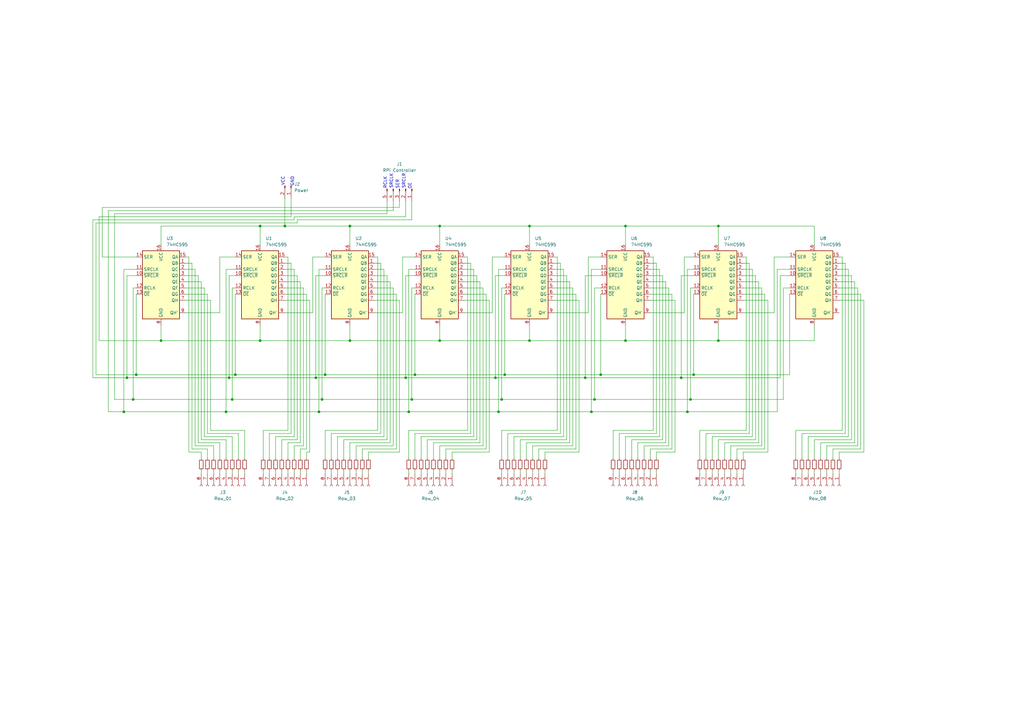
<source format=kicad_sch>
(kicad_sch (version 20230121) (generator eeschema)
  (paper "A3")
  (title_block (title "8x8 Led base Controller Module") (date "2023-12-07") (rev "01") (company "HOLO Cube v1") (comment 1 "Base controller Schematic"))
  (lib_symbols
    (symbol "74xx:74HC595"
      (property "Reference" "U" (at -7.62 13.97 0))
      (property "Value" "74HC595" (at -7.62 -16.51 0))
      (symbol "74HC595_1_0"
        (pin tri_state line (at 10.16 7.62 180) (length 2.54) (name "QB") (number "1"))
        (pin input line (at -10.16 2.54 0) (length 2.54) (name "~{SRCLR}") (number "10"))
        (pin input line (at -10.16 5.08 0) (length 2.54) (name "SRCLK") (number "11"))
        (pin input line (at -10.16 -2.54 0) (length 2.54) (name "RCLK") (number "12"))
        (pin input line (at -10.16 -5.08 0) (length 2.54) (name "~{OE}") (number "13"))
        (pin input line (at -10.16 10.16 0) (length 2.54) (name "SER") (number "14"))
        (pin tri_state line (at 10.16 10.16 180) (length 2.54) (name "QA") (number "15"))
        (pin power_in line (at 0 15.24 270) (length 2.54) (name "VCC") (number "16"))
        (pin tri_state line (at 10.16 5.08 180) (length 2.54) (name "QC") (number "2"))
        (pin tri_state line (at 10.16 2.54 180) (length 2.54) (name "QD") (number "3"))
        (pin tri_state line (at 10.16 0 180) (length 2.54) (name "QE") (number "4"))
        (pin tri_state line (at 10.16 -2.54 180) (length 2.54) (name "QF") (number "5"))
        (pin tri_state line (at 10.16 -5.08 180) (length 2.54) (name "QG") (number "6"))
        (pin tri_state line (at 10.16 -7.62 180) (length 2.54) (name "QH") (number "7"))
        (pin power_in line (at 0 -17.78 90) (length 2.54) (name "GND") (number "8"))
        (pin output line (at 10.16 -12.7 180) (length 2.54) (name "QH'") (number "9"))
      )
    )
    (symbol "Connector:Conn_01x02_Pin" (pin_names (offset 1.016) hide)
      (property "Reference" "J" (at 0 2.54 0))
      (property "Value" "Conn_01x02_Pin" (at 0 -5.08 0))
      (symbol "Conn_01x02_Pin_1_1"
        (pin passive line (at 5.08 0 180) (length 3.81) (name "Pin_1") (number "1"))
        (pin passive line (at 5.08 -2.54 180) (length 3.81) (name "Pin_2") (number "2"))
      )
    )
    (symbol "Connector:Conn_01x05_Pin" (pin_names (offset 1.016) hide)
      (property "Reference" "J" (at 0 7.62 0))
      (property "Value" "Conn_01x05_Pin" (at 0 -7.62 0))
      (symbol "Conn_01x05_Pin_1_1"
        (pin passive line (at 5.08 5.08 180) (length 3.81) (name "Pin_1") (number "1"))
        (pin passive line (at 5.08 2.54 180) (length 3.81) (name "Pin_2") (number "2"))
        (pin passive line (at 5.08 0 180) (length 3.81) (name "Pin_3") (number "3"))
        (pin passive line (at 5.08 -2.54 180) (length 3.81) (name "Pin_4") (number "4"))
        (pin passive line (at 5.08 -5.08 180) (length 3.81) (name "Pin_5") (number "5"))
      )
    )
    (symbol "Connector:Conn_01x08_Socket" (pin_names (offset 1.016) hide)
      (property "Reference" "J" (at 0 10.16 0))
      (property "Value" "Conn_01x08_Socket" (at 0 -12.7 0))
      (symbol "Conn_01x08_Socket_1_1"
        (pin passive line (at -5.08 7.62 0) (length 3.81) (name "Pin_1") (number "1"))
        (pin passive line (at -5.08 5.08 0) (length 3.81) (name "Pin_2") (number "2"))
        (pin passive line (at -5.08 2.54 0) (length 3.81) (name "Pin_3") (number "3"))
        (pin passive line (at -5.08 0 0) (length 3.81) (name "Pin_4") (number "4"))
        (pin passive line (at -5.08 -2.54 0) (length 3.81) (name "Pin_5") (number "5"))
        (pin passive line (at -5.08 -5.08 0) (length 3.81) (name "Pin_6") (number "6"))
        (pin passive line (at -5.08 -7.62 0) (length 3.81) (name "Pin_7") (number "7"))
        (pin passive line (at -5.08 -10.16 0) (length 3.81) (name "Pin_8") (number "8"))
      )
    )
    (symbol "Device:R_Small" (pin_numbers hide) (pin_names (offset 0.254) hide)
      (property "Reference" "R" (at 0.762 0.508 0))
      (property "Value" "R_Small" (at 0.762 -1.016 0))
      (symbol "R_Small_1_1"
        (pin passive line (at 0 2.54 270) (length 0.762) (name "~") (number "1"))
        (pin passive line (at 0 -2.54 90) (length 0.762) (name "~") (number "2"))
      )
    )
  )
  (junction (at 133.35 153.67))
  (junction (at 92.71 168.91))
  (junction (at 55.88 153.67))
  (junction (at 217.17 139.7))
  (junction (at 240.03 154.94))
  (junction (at 143.51 139.7))
  (junction (at 256.54 92.71))
  (junction (at 279.4 154.94))
  (junction (at 132.08 163.83))
  (junction (at 143.51 92.71))
  (junction (at 281.94 168.91))
  (junction (at 180.34 139.7))
  (junction (at 246.38 153.67))
  (junction (at 256.54 139.7))
  (junction (at 180.34 92.71))
  (junction (at 204.47 168.91))
  (junction (at 170.18 153.67))
  (junction (at 52.07 154.94))
  (junction (at 54.61 163.83))
  (junction (at 106.68 92.71))
  (junction (at 116.84 92.71))
  (junction (at 106.68 139.7))
  (junction (at 283.21 163.83))
  (junction (at 243.84 163.83))
  (junction (at 284.48 153.67))
  (junction (at 242.57 168.91))
  (junction (at 168.91 163.83))
  (junction (at 166.37 154.94))
  (junction (at 207.01 153.67))
  (junction (at 50.8 168.91))
  (junction (at 203.2 154.94))
  (junction (at 130.81 168.91))
  (junction (at 294.64 92.71))
  (junction (at 217.17 92.71))
  (junction (at 96.52 153.67))
  (junction (at 66.04 139.7))
  (junction (at 294.64 139.7))
  (junction (at 95.25 163.83))
  (junction (at 167.64 168.91))
  (junction (at 129.54 154.94))
  (junction (at 93.98 154.94))
  (junction (at 205.74 163.83))
  (wire (pts (xy 92.71 180.34) (xy 92.71 187.96)))
  (wire (pts (xy 165.1 105.41) (xy 170.18 105.41)))
  (wire (pts (xy 205.74 176.53) (xy 205.74 187.96)))
  (wire (pts (xy 266.7 113.03) (xy 271.78 113.03)))
  (wire (pts (xy 270.51 110.49) (xy 270.51 179.07)))
  (wire (pts (xy 299.72 193.04) (xy 299.72 194.31)))
  (wire (pts (xy 242.57 168.91) (xy 281.94 168.91)))
  (wire (pts (xy 266.7 110.49) (xy 270.51 110.49)))
  (wire (pts (xy 190.5 113.03) (xy 195.58 113.03)))
  (wire (pts (xy 143.51 139.7) (xy 180.34 139.7)))
  (wire (pts (xy 190.5 105.41) (xy 191.77 105.41)))
  (wire (pts (xy 153.67 110.49) (xy 157.48 110.49)))
  (wire (pts (xy 283.21 163.83) (xy 321.31 163.83)))
  (wire (pts (xy 344.17 185.42) (xy 344.17 187.96)))
  (wire (pts (xy 266.7 115.57) (xy 273.05 115.57)))
  (wire (pts (xy 304.8 123.19) (xy 314.96 123.19)))
  (wire (pts (xy 349.25 113.03) (xy 349.25 180.34)))
  (wire (pts (xy 161.29 86.36) (xy 44.45 86.36)))
  (wire (pts (xy 140.97 180.34) (xy 140.97 187.96)))
  (wire (pts (xy 92.71 110.49) (xy 92.71 168.91)))
  (wire (pts (xy 116.84 115.57) (xy 123.19 115.57)))
  (wire (pts (xy 170.18 193.04) (xy 170.18 194.31)))
  (wire (pts (xy 292.1 179.07) (xy 292.1 187.96)))
  (wire (pts (xy 50.8 168.91) (xy 92.71 168.91)))
  (wire (pts (xy 162.56 120.65) (xy 162.56 184.15)))
  (wire (pts (xy 271.78 180.34) (xy 259.08 180.34)))
  (wire (pts (xy 120.65 182.88) (xy 120.65 187.96)))
  (wire (pts (xy 129.54 154.94) (xy 166.37 154.94)))
  (wire (pts (xy 92.71 193.04) (xy 92.71 194.31)))
  (wire (pts (xy 241.3 105.41) (xy 246.38 105.41)))
  (wire (pts (xy 52.07 154.94) (xy 93.98 154.94)))
  (wire (pts (xy 143.51 92.71) (xy 143.51 100.33)))
  (wire (pts (xy 55.88 153.67) (xy 96.52 153.67)))
  (wire (pts (xy 351.79 182.88) (xy 339.09 182.88)))
  (wire (pts (xy 256.54 133.35) (xy 256.54 139.7)))
  (wire (pts (xy 133.35 176.53) (xy 133.35 187.96)))
  (wire (pts (xy 182.88 193.04) (xy 182.88 194.31)))
  (wire (pts (xy 39.37 91.44) (xy 39.37 153.67)))
  (wire (pts (xy 294.64 180.34) (xy 294.64 187.96)))
  (wire (pts (xy 190.5 110.49) (xy 194.31 110.49)))
  (wire (pts (xy 269.24 185.42) (xy 269.24 187.96)))
  (wire (pts (xy 294.64 139.7) (xy 334.01 139.7)))
  (wire (pts (xy 168.91 118.11) (xy 168.91 163.83)))
  (wire (pts (xy 190.5 115.57) (xy 196.85 115.57)))
  (wire (pts (xy 323.85 110.49) (xy 318.77 110.49)))
  (wire (pts (xy 180.34 139.7) (xy 217.17 139.7)))
  (wire (pts (xy 240.03 154.94) (xy 279.4 154.94)))
  (wire (pts (xy 116.84 92.71) (xy 143.51 92.71)))
  (wire (pts (xy 127 185.42) (xy 125.73 185.42)))
  (wire (pts (xy 55.88 118.11) (xy 54.61 118.11)))
  (wire (pts (xy 90.17 193.04) (xy 90.17 194.31)))
  (wire (pts (xy 347.98 179.07) (xy 331.47 179.07)))
  (wire (pts (xy 328.93 177.8) (xy 328.93 187.96)))
  (wire (pts (xy 163.83 123.19) (xy 163.83 185.42)))
  (wire (pts (xy 223.52 193.04) (xy 223.52 194.31)))
  (wire (pts (xy 76.2 115.57) (xy 82.55 115.57)))
  (wire (pts (xy 344.17 123.19) (xy 354.33 123.19)))
  (wire (pts (xy 274.32 118.11) (xy 274.32 182.88)))
  (wire (pts (xy 266.7 105.41) (xy 267.97 105.41)))
  (wire (pts (xy 346.71 107.95) (xy 346.71 177.8)))
  (wire (pts (xy 251.46 193.04) (xy 251.46 194.31)))
  (wire (pts (xy 207.01 110.49) (xy 204.47 110.49)))
  (wire (pts (xy 120.65 90.17) (xy 38.1 90.17)))
  (wire (pts (xy 163.83 82.55) (xy 163.83 85.09)))
  (wire (pts (xy 283.21 118.11) (xy 283.21 163.83)))
  (wire (pts (xy 185.42 185.42) (xy 185.42 187.96)))
  (wire (pts (xy 246.38 113.03) (xy 240.03 113.03)))
  (wire (pts (xy 242.57 110.49) (xy 242.57 168.91)))
  (wire (pts (xy 90.17 128.27) (xy 90.17 105.41)))
  (wire (pts (xy 199.39 120.65) (xy 199.39 184.15)))
  (wire (pts (xy 80.01 182.88) (xy 87.63 182.88)))
  (wire (pts (xy 120.65 193.04) (xy 120.65 194.31)))
  (wire (pts (xy 227.33 113.03) (xy 232.41 113.03)))
  (wire (pts (xy 121.92 91.44) (xy 39.37 91.44)))
  (wire (pts (xy 163.83 85.09) (xy 41.91 85.09)))
  (wire (pts (xy 116.84 105.41) (xy 118.11 105.41)))
  (wire (pts (xy 281.94 110.49) (xy 281.94 168.91)))
  (wire (pts (xy 76.2 110.49) (xy 80.01 110.49)))
  (wire (pts (xy 220.98 184.15) (xy 220.98 187.96)))
  (wire (pts (xy 344.17 120.65) (xy 353.06 120.65)))
  (wire (pts (xy 284.48 153.67) (xy 323.85 153.67)))
  (wire (pts (xy 156.21 177.8) (xy 135.89 177.8)))
  (wire (pts (xy 182.88 184.15) (xy 182.88 187.96)))
  (wire (pts (xy 153.67 123.19) (xy 163.83 123.19)))
  (wire (pts (xy 156.21 107.95) (xy 156.21 177.8)))
  (wire (pts (xy 200.66 123.19) (xy 200.66 185.42)))
  (wire (pts (xy 344.17 113.03) (xy 349.25 113.03)))
  (wire (pts (xy 284.48 120.65) (xy 284.48 153.67)))
  (wire (pts (xy 133.35 153.67) (xy 170.18 153.67)))
  (wire (pts (xy 220.98 193.04) (xy 220.98 194.31)))
  (wire (pts (xy 119.38 107.95) (xy 119.38 177.8)))
  (wire (pts (xy 161.29 182.88) (xy 146.05 182.88)))
  (wire (pts (xy 123.19 193.04) (xy 123.19 194.31)))
  (wire (pts (xy 96.52 110.49) (xy 92.71 110.49)))
  (wire (pts (xy 39.37 153.67) (xy 55.88 153.67)))
  (wire (pts (xy 284.48 113.03) (xy 279.4 113.03)))
  (wire (pts (xy 116.84 123.19) (xy 127 123.19)))
  (wire (pts (xy 341.63 184.15) (xy 341.63 187.96)))
  (wire (pts (xy 302.26 184.15) (xy 302.26 187.96)))
  (wire (pts (xy 200.66 185.42) (xy 185.42 185.42)))
  (wire (pts (xy 266.7 118.11) (xy 274.32 118.11)))
  (wire (pts (xy 261.62 193.04) (xy 261.62 194.31)))
  (wire (pts (xy 170.18 120.65) (xy 170.18 153.67)))
  (wire (pts (xy 82.55 115.57) (xy 82.55 180.34)))
  (wire (pts (xy 294.64 92.71) (xy 334.01 92.71)))
  (wire (pts (xy 130.81 110.49) (xy 130.81 168.91)))
  (wire (pts (xy 312.42 182.88) (xy 299.72 182.88)))
  (wire (pts (xy 354.33 123.19) (xy 354.33 185.42)))
  (wire (pts (xy 269.24 107.95) (xy 269.24 177.8)))
  (wire (pts (xy 97.79 177.8) (xy 97.79 187.96)))
  (wire (pts (xy 284.48 118.11) (xy 283.21 118.11)))
  (wire (pts (xy 266.7 184.15) (xy 266.7 187.96)))
  (wire (pts (xy 118.11 181.61) (xy 118.11 187.96)))
  (wire (pts (xy 218.44 182.88) (xy 218.44 187.96)))
  (wire (pts (xy 313.69 120.65) (xy 313.69 184.15)))
  (wire (pts (xy 229.87 177.8) (xy 208.28 177.8)))
  (wire (pts (xy 204.47 110.49) (xy 204.47 168.91)))
  (wire (pts (xy 118.11 176.53) (xy 107.95 176.53)))
  (wire (pts (xy 237.49 123.19) (xy 237.49 185.42)))
  (wire (pts (xy 100.33 176.53) (xy 100.33 187.96)))
  (wire (pts (xy 113.03 179.07) (xy 113.03 187.96)))
  (wire (pts (xy 334.01 180.34) (xy 334.01 187.96)))
  (wire (pts (xy 116.84 128.27) (xy 128.27 128.27)))
  (wire (pts (xy 191.77 176.53) (xy 167.64 176.53)))
  (wire (pts (xy 229.87 107.95) (xy 229.87 177.8)))
  (wire (pts (xy 190.5 123.19) (xy 200.66 123.19)))
  (wire (pts (xy 339.09 182.88) (xy 339.09 187.96)))
  (wire (pts (xy 190.5 118.11) (xy 198.12 118.11)))
  (wire (pts (xy 341.63 193.04) (xy 341.63 194.31)))
  (wire (pts (xy 318.77 110.49) (xy 318.77 168.91)))
  (wire (pts (xy 198.12 182.88) (xy 180.34 182.88)))
  (wire (pts (xy 80.01 110.49) (xy 80.01 182.88)))
  (wire (pts (xy 55.88 120.65) (xy 55.88 153.67)))
  (wire (pts (xy 170.18 118.11) (xy 168.91 118.11)))
  (wire (pts (xy 334.01 193.04) (xy 334.01 194.31)))
  (wire (pts (xy 279.4 113.03) (xy 279.4 154.94)))
  (wire (pts (xy 273.05 181.61) (xy 261.62 181.61)))
  (wire (pts (xy 153.67 118.11) (xy 161.29 118.11)))
  (wire (pts (xy 54.61 163.83) (xy 95.25 163.83)))
  (wire (pts (xy 146.05 182.88) (xy 146.05 187.96)))
  (wire (pts (xy 170.18 153.67) (xy 207.01 153.67)))
  (wire (pts (xy 158.75 82.55) (xy 158.75 87.63)))
  (wire (pts (xy 294.64 193.04) (xy 294.64 194.31)))
  (wire (pts (xy 170.18 110.49) (xy 167.64 110.49)))
  (wire (pts (xy 251.46 176.53) (xy 251.46 187.96)))
  (wire (pts (xy 351.79 118.11) (xy 351.79 182.88)))
  (wire (pts (xy 77.47 105.41) (xy 77.47 185.42)))
  (wire (pts (xy 127 123.19) (xy 127 185.42)))
  (wire (pts (xy 96.52 153.67) (xy 133.35 153.67)))
  (wire (pts (xy 66.04 133.35) (xy 66.04 139.7)))
  (wire (pts (xy 196.85 115.57) (xy 196.85 181.61)))
  (wire (pts (xy 133.35 120.65) (xy 133.35 153.67)))
  (wire (pts (xy 77.47 185.42) (xy 82.55 185.42)))
  (wire (pts (xy 276.86 123.19) (xy 276.86 185.42)))
  (wire (pts (xy 135.89 193.04) (xy 135.89 194.31)))
  (wire (pts (xy 180.34 92.71) (xy 217.17 92.71)))
  (wire (pts (xy 336.55 193.04) (xy 336.55 194.31)))
  (wire (pts (xy 121.92 180.34) (xy 115.57 180.34)))
  (wire (pts (xy 177.8 181.61) (xy 177.8 187.96)))
  (wire (pts (xy 215.9 181.61) (xy 215.9 187.96)))
  (wire (pts (xy 193.04 107.95) (xy 193.04 177.8)))
  (wire (pts (xy 294.64 133.35) (xy 294.64 139.7)))
  (wire (pts (xy 270.51 179.07) (xy 256.54 179.07)))
  (wire (pts (xy 266.7 128.27) (xy 280.67 128.27)))
  (wire (pts (xy 125.73 185.42) (xy 125.73 187.96)))
  (wire (pts (xy 185.42 193.04) (xy 185.42 194.31)))
  (wire (pts (xy 130.81 168.91) (xy 167.64 168.91)))
  (wire (pts (xy 317.5 105.41) (xy 323.85 105.41)))
  (wire (pts (xy 116.84 81.28) (xy 116.84 92.71)))
  (wire (pts (xy 125.73 184.15) (xy 123.19 184.15)))
  (wire (pts (xy 191.77 105.41) (xy 191.77 176.53)))
  (wire (pts (xy 76.2 128.27) (xy 90.17 128.27)))
  (wire (pts (xy 205.74 118.11) (xy 205.74 163.83)))
  (wire (pts (xy 175.26 180.34) (xy 175.26 187.96)))
  (wire (pts (xy 76.2 120.65) (xy 85.09 120.65)))
  (wire (pts (xy 328.93 193.04) (xy 328.93 194.31)))
  (wire (pts (xy 172.72 193.04) (xy 172.72 194.31)))
  (wire (pts (xy 236.22 120.65) (xy 236.22 184.15)))
  (wire (pts (xy 125.73 120.65) (xy 125.73 184.15)))
  (wire (pts (xy 198.12 118.11) (xy 198.12 182.88)))
  (wire (pts (xy 208.28 193.04) (xy 208.28 194.31)))
  (wire (pts (xy 66.04 92.71) (xy 66.04 100.33)))
  (wire (pts (xy 196.85 181.61) (xy 177.8 181.61)))
  (wire (pts (xy 312.42 118.11) (xy 312.42 182.88)))
  (wire (pts (xy 331.47 193.04) (xy 331.47 194.31)))
  (wire (pts (xy 289.56 177.8) (xy 289.56 187.96)))
  (wire (pts (xy 304.8 113.03) (xy 309.88 113.03)))
  (wire (pts (xy 76.2 113.03) (xy 81.28 113.03)))
  (wire (pts (xy 85.09 120.65) (xy 85.09 177.8)))
  (wire (pts (xy 161.29 118.11) (xy 161.29 182.88)))
  (wire (pts (xy 256.54 92.71) (xy 294.64 92.71)))
  (wire (pts (xy 78.74 107.95) (xy 78.74 184.15)))
  (wire (pts (xy 345.44 176.53) (xy 326.39 176.53)))
  (wire (pts (xy 269.24 193.04) (xy 269.24 194.31)))
  (wire (pts (xy 299.72 182.88) (xy 299.72 187.96)))
  (wire (pts (xy 180.34 100.33) (xy 180.34 92.71)))
  (wire (pts (xy 76.2 107.95) (xy 78.74 107.95)))
  (wire (pts (xy 309.88 180.34) (xy 294.64 180.34)))
  (wire (pts (xy 194.31 110.49) (xy 194.31 179.07)))
  (wire (pts (xy 213.36 193.04) (xy 213.36 194.31)))
  (wire (pts (xy 227.33 128.27) (xy 241.3 128.27)))
  (wire (pts (xy 323.85 120.65) (xy 323.85 153.67)))
  (wire (pts (xy 163.83 185.42) (xy 151.13 185.42)))
  (wire (pts (xy 107.95 176.53) (xy 107.95 187.96)))
  (wire (pts (xy 231.14 179.07) (xy 210.82 179.07)))
  (wire (pts (xy 284.48 110.49) (xy 281.94 110.49)))
  (wire (pts (xy 326.39 193.04) (xy 326.39 194.31)))
  (wire (pts (xy 232.41 180.34) (xy 213.36 180.34)))
  (wire (pts (xy 153.67 107.95) (xy 156.21 107.95)))
  (wire (pts (xy 246.38 110.49) (xy 242.57 110.49)))
  (wire (pts (xy 304.8 118.11) (xy 312.42 118.11)))
  (wire (pts (xy 349.25 180.34) (xy 334.01 180.34)))
  (wire (pts (xy 148.59 193.04) (xy 148.59 194.31)))
  (wire (pts (xy 107.95 193.04) (xy 107.95 194.31)))
  (wire (pts (xy 52.07 113.03) (xy 52.07 154.94)))
  (wire (pts (xy 304.8 107.95) (xy 307.34 107.95)))
  (wire (pts (xy 215.9 193.04) (xy 215.9 194.31)))
  (wire (pts (xy 323.85 113.03) (xy 320.04 113.03)))
  (wire (pts (xy 294.64 92.71) (xy 294.64 100.33)))
  (wire (pts (xy 110.49 177.8) (xy 110.49 187.96)))
  (wire (pts (xy 133.35 118.11) (xy 132.08 118.11)))
  (wire (pts (xy 116.84 120.65) (xy 125.73 120.65)))
  (wire (pts (xy 281.94 168.91) (xy 318.77 168.91)))
  (wire (pts (xy 280.67 105.41) (xy 284.48 105.41)))
  (wire (pts (xy 132.08 118.11) (xy 132.08 163.83)))
  (wire (pts (xy 227.33 115.57) (xy 233.68 115.57)))
  (wire (pts (xy 304.8 193.04) (xy 304.8 194.31)))
  (wire (pts (xy 87.63 182.88) (xy 87.63 187.96)))
  (wire (pts (xy 347.98 110.49) (xy 347.98 179.07)))
  (wire (pts (xy 41.91 85.09) (xy 41.91 105.41)))
  (wire (pts (xy 336.55 181.61) (xy 336.55 187.96)))
  (wire (pts (xy 153.67 105.41) (xy 154.94 105.41)))
  (wire (pts (xy 120.65 88.9) (xy 166.37 88.9)))
  (wire (pts (xy 54.61 118.11) (xy 54.61 163.83)))
  (wire (pts (xy 331.47 179.07) (xy 331.47 187.96)))
  (wire (pts (xy 106.68 92.71) (xy 116.84 92.71)))
  (wire (pts (xy 175.26 193.04) (xy 175.26 194.31)))
  (wire (pts (xy 344.17 115.57) (xy 350.52 115.57)))
  (wire (pts (xy 264.16 182.88) (xy 264.16 187.96)))
  (wire (pts (xy 157.48 179.07) (xy 138.43 179.07)))
  (wire (pts (xy 135.89 177.8) (xy 135.89 187.96)))
  (wire (pts (xy 154.94 105.41) (xy 154.94 176.53)))
  (wire (pts (xy 232.41 113.03) (xy 232.41 180.34)))
  (wire (pts (xy 46.99 87.63) (xy 46.99 163.83)))
  (wire (pts (xy 116.84 113.03) (xy 121.92 113.03)))
  (wire (pts (xy 121.92 90.17) (xy 121.92 91.44)))
  (wire (pts (xy 199.39 184.15) (xy 182.88 184.15)))
  (wire (pts (xy 92.71 168.91) (xy 130.81 168.91)))
  (wire (pts (xy 311.15 115.57) (xy 311.15 181.61)))
  (wire (pts (xy 50.8 110.49) (xy 50.8 168.91)))
  (wire (pts (xy 259.08 193.04) (xy 259.08 194.31)))
  (wire (pts (xy 40.64 139.7) (xy 66.04 139.7)))
  (wire (pts (xy 40.64 88.9) (xy 40.64 139.7)))
  (wire (pts (xy 138.43 193.04) (xy 138.43 194.31)))
  (wire (pts (xy 120.65 179.07) (xy 113.03 179.07)))
  (wire (pts (xy 106.68 139.7) (xy 143.51 139.7)))
  (wire (pts (xy 233.68 181.61) (xy 215.9 181.61)))
  (wire (pts (xy 95.25 193.04) (xy 95.25 194.31)))
  (wire (pts (xy 289.56 193.04) (xy 289.56 194.31)))
  (wire (pts (xy 304.8 185.42) (xy 304.8 187.96)))
  (wire (pts (xy 344.17 193.04) (xy 344.17 194.31)))
  (wire (pts (xy 119.38 177.8) (xy 110.49 177.8)))
  (wire (pts (xy 153.67 113.03) (xy 158.75 113.03)))
  (wire (pts (xy 304.8 128.27) (xy 317.5 128.27)))
  (wire (pts (xy 307.34 107.95) (xy 307.34 177.8)))
  (wire (pts (xy 353.06 120.65) (xy 353.06 184.15)))
  (wire (pts (xy 180.34 133.35) (xy 180.34 139.7)))
  (wire (pts (xy 308.61 110.49) (xy 308.61 179.07)))
  (wire (pts (xy 205.74 163.83) (xy 243.84 163.83)))
  (wire (pts (xy 334.01 139.7) (xy 334.01 133.35)))
  (wire (pts (xy 41.91 105.41) (xy 55.88 105.41)))
  (wire (pts (xy 217.17 133.35) (xy 217.17 139.7)))
  (wire (pts (xy 302.26 193.04) (xy 302.26 194.31)))
  (wire (pts (xy 66.04 139.7) (xy 106.68 139.7)))
  (wire (pts (xy 243.84 118.11) (xy 243.84 163.83)))
  (wire (pts (xy 234.95 182.88) (xy 218.44 182.88)))
  (wire (pts (xy 297.18 181.61) (xy 297.18 187.96)))
  (wire (pts (xy 210.82 179.07) (xy 210.82 187.96)))
  (wire (pts (xy 273.05 115.57) (xy 273.05 181.61)))
  (wire (pts (xy 38.1 154.94) (xy 52.07 154.94)))
  (wire (pts (xy 344.17 105.41) (xy 345.44 105.41)))
  (wire (pts (xy 100.33 193.04) (xy 100.33 194.31)))
  (wire (pts (xy 306.07 105.41) (xy 306.07 176.53)))
  (wire (pts (xy 168.91 90.17) (xy 121.92 90.17)))
  (wire (pts (xy 118.11 193.04) (xy 118.11 194.31)))
  (wire (pts (xy 275.59 184.15) (xy 266.7 184.15)))
  (wire (pts (xy 124.46 118.11) (xy 124.46 182.88)))
  (wire (pts (xy 297.18 193.04) (xy 297.18 194.31)))
  (wire (pts (xy 345.44 105.41) (xy 345.44 176.53)))
  (wire (pts (xy 227.33 123.19) (xy 237.49 123.19)))
  (wire (pts (xy 264.16 193.04) (xy 264.16 194.31)))
  (wire (pts (xy 240.03 113.03) (xy 240.03 154.94)))
  (wire (pts (xy 180.34 193.04) (xy 180.34 194.31)))
  (wire (pts (xy 121.92 113.03) (xy 121.92 180.34)))
  (wire (pts (xy 190.5 120.65) (xy 199.39 120.65)))
  (wire (pts (xy 96.52 113.03) (xy 93.98 113.03)))
  (wire (pts (xy 246.38 120.65) (xy 246.38 153.67)))
  (wire (pts (xy 55.88 110.49) (xy 50.8 110.49)))
  (wire (pts (xy 271.78 113.03) (xy 271.78 180.34)))
  (wire (pts (xy 40.64 88.9) (xy 119.38 88.9)))
  (wire (pts (xy 354.33 185.42) (xy 344.17 185.42)))
  (wire (pts (xy 320.04 113.03) (xy 320.04 154.94)))
  (wire (pts (xy 304.8 105.41) (xy 306.07 105.41)))
  (wire (pts (xy 207.01 153.67) (xy 246.38 153.67)))
  (wire (pts (xy 323.85 118.11) (xy 321.31 118.11)))
  (wire (pts (xy 304.8 115.57) (xy 311.15 115.57)))
  (wire (pts (xy 261.62 181.61) (xy 261.62 187.96)))
  (wire (pts (xy 95.25 118.11) (xy 95.25 163.83)))
  (wire (pts (xy 44.45 168.91) (xy 50.8 168.91)))
  (wire (pts (xy 334.01 100.33) (xy 334.01 92.71)))
  (wire (pts (xy 317.5 128.27) (xy 317.5 105.41)))
  (wire (pts (xy 143.51 92.71) (xy 180.34 92.71)))
  (wire (pts (xy 321.31 118.11) (xy 321.31 163.83)))
  (wire (pts (xy 95.25 163.83) (xy 132.08 163.83)))
  (wire (pts (xy 201.93 128.27) (xy 201.93 105.41)))
  (wire (pts (xy 86.36 123.19) (xy 86.36 176.53)))
  (wire (pts (xy 280.67 128.27) (xy 280.67 105.41)))
  (wire (pts (xy 38.1 90.17) (xy 38.1 154.94)))
  (wire (pts (xy 217.17 92.71) (xy 217.17 100.33)))
  (wire (pts (xy 227.33 107.95) (xy 229.87 107.95)))
  (wire (pts (xy 234.95 118.11) (xy 234.95 182.88)))
  (wire (pts (xy 158.75 113.03) (xy 158.75 180.34)))
  (wire (pts (xy 203.2 113.03) (xy 203.2 154.94)))
  (wire (pts (xy 133.35 193.04) (xy 133.35 194.31)))
  (wire (pts (xy 259.08 180.34) (xy 259.08 187.96)))
  (wire (pts (xy 140.97 193.04) (xy 140.97 194.31)))
  (wire (pts (xy 195.58 113.03) (xy 195.58 180.34)))
  (wire (pts (xy 304.8 120.65) (xy 313.69 120.65)))
  (wire (pts (xy 113.03 193.04) (xy 113.03 194.31)))
  (wire (pts (xy 86.36 176.53) (xy 100.33 176.53)))
  (wire (pts (xy 116.84 118.11) (xy 124.46 118.11)))
  (wire (pts (xy 208.28 177.8) (xy 208.28 187.96)))
  (wire (pts (xy 207.01 120.65) (xy 207.01 153.67)))
  (wire (pts (xy 311.15 181.61) (xy 297.18 181.61)))
  (wire (pts (xy 227.33 118.11) (xy 234.95 118.11)))
  (wire (pts (xy 350.52 181.61) (xy 336.55 181.61)))
  (wire (pts (xy 82.55 193.04) (xy 82.55 194.31)))
  (wire (pts (xy 210.82 193.04) (xy 210.82 194.31)))
  (wire (pts (xy 115.57 193.04) (xy 115.57 194.31)))
  (wire (pts (xy 93.98 113.03) (xy 93.98 154.94)))
  (wire (pts (xy 287.02 193.04) (xy 287.02 194.31)))
  (wire (pts (xy 223.52 185.42) (xy 223.52 187.96)))
  (wire (pts (xy 193.04 177.8) (xy 170.18 177.8)))
  (wire (pts (xy 76.2 123.19) (xy 86.36 123.19)))
  (wire (pts (xy 228.6 105.41) (xy 228.6 176.53)))
  (wire (pts (xy 227.33 120.65) (xy 236.22 120.65)))
  (wire (pts (xy 227.33 105.41) (xy 228.6 105.41)))
  (wire (pts (xy 151.13 185.42) (xy 151.13 187.96)))
  (wire (pts (xy 167.64 176.53) (xy 167.64 187.96)))
  (wire (pts (xy 87.63 193.04) (xy 87.63 194.31)))
  (wire (pts (xy 76.2 105.41) (xy 77.47 105.41)))
  (wire (pts (xy 90.17 105.41) (xy 96.52 105.41)))
  (wire (pts (xy 276.86 185.42) (xy 269.24 185.42)))
  (wire (pts (xy 143.51 181.61) (xy 143.51 187.96)))
  (wire (pts (xy 241.3 128.27) (xy 241.3 105.41)))
  (wire (pts (xy 81.28 113.03) (xy 81.28 181.61)))
  (wire (pts (xy 237.49 185.42) (xy 223.52 185.42)))
  (wire (pts (xy 227.33 110.49) (xy 231.14 110.49)))
  (wire (pts (xy 246.38 118.11) (xy 243.84 118.11)))
  (wire (pts (xy 153.67 115.57) (xy 160.02 115.57)))
  (wire (pts (xy 119.38 81.28) (xy 119.38 88.9)))
  (wire (pts (xy 314.96 185.42) (xy 304.8 185.42)))
  (wire (pts (xy 128.27 105.41) (xy 133.35 105.41)))
  (wire (pts (xy 275.59 120.65) (xy 275.59 184.15)))
  (wire (pts (xy 180.34 182.88) (xy 180.34 187.96)))
  (wire (pts (xy 339.09 193.04) (xy 339.09 194.31)))
  (wire (pts (xy 55.88 113.03) (xy 52.07 113.03)))
  (wire (pts (xy 170.18 113.03) (xy 166.37 113.03)))
  (wire (pts (xy 205.74 193.04) (xy 205.74 194.31)))
  (wire (pts (xy 274.32 182.88) (xy 264.16 182.88)))
  (wire (pts (xy 177.8 193.04) (xy 177.8 194.31)))
  (wire (pts (xy 143.51 193.04) (xy 143.51 194.31)))
  (wire (pts (xy 120.65 110.49) (xy 120.65 179.07)))
  (wire (pts (xy 85.09 193.04) (xy 85.09 194.31)))
  (wire (pts (xy 165.1 128.27) (xy 165.1 105.41)))
  (wire (pts (xy 106.68 92.71) (xy 66.04 92.71)))
  (wire (pts (xy 106.68 133.35) (xy 106.68 139.7)))
  (wire (pts (xy 170.18 177.8) (xy 170.18 187.96)))
  (wire (pts (xy 158.75 180.34) (xy 140.97 180.34)))
  (wire (pts (xy 162.56 184.15) (xy 148.59 184.15)))
  (wire (pts (xy 123.19 184.15) (xy 123.19 187.96)))
  (wire (pts (xy 228.6 176.53) (xy 205.74 176.53)))
  (wire (pts (xy 78.74 184.15) (xy 85.09 184.15)))
  (wire (pts (xy 125.73 193.04) (xy 125.73 194.31)))
  (wire (pts (xy 82.55 180.34) (xy 92.71 180.34)))
  (wire (pts (xy 97.79 193.04) (xy 97.79 194.31)))
  (wire (pts (xy 93.98 154.94) (xy 129.54 154.94)))
  (wire (pts (xy 267.97 105.41) (xy 267.97 176.53)))
  (wire (pts (xy 344.17 118.11) (xy 351.79 118.11)))
  (wire (pts (xy 266.7 123.19) (xy 276.86 123.19)))
  (wire (pts (xy 287.02 176.53) (xy 287.02 187.96)))
  (wire (pts (xy 190.5 128.27) (xy 201.93 128.27)))
  (wire (pts (xy 279.4 154.94) (xy 320.04 154.94)))
  (wire (pts (xy 106.68 92.71) (xy 106.68 100.33)))
  (wire (pts (xy 133.35 110.49) (xy 130.81 110.49)))
  (wire (pts (xy 217.17 92.71) (xy 256.54 92.71)))
  (wire (pts (xy 123.19 181.61) (xy 118.11 181.61)))
  (wire (pts (xy 307.34 177.8) (xy 289.56 177.8)))
  (wire (pts (xy 151.13 193.04) (xy 151.13 194.31)))
  (wire (pts (xy 85.09 177.8) (xy 97.79 177.8)))
  (wire (pts (xy 116.84 110.49) (xy 120.65 110.49)))
  (wire (pts (xy 83.82 179.07) (xy 95.25 179.07)))
  (wire (pts (xy 267.97 176.53) (xy 251.46 176.53)))
  (wire (pts (xy 96.52 120.65) (xy 96.52 153.67)))
  (wire (pts (xy 168.91 163.83) (xy 205.74 163.83)))
  (wire (pts (xy 167.64 168.91) (xy 204.47 168.91)))
  (wire (pts (xy 236.22 184.15) (xy 220.98 184.15)))
  (wire (pts (xy 231.14 110.49) (xy 231.14 179.07)))
  (wire (pts (xy 346.71 177.8) (xy 328.93 177.8)))
  (wire (pts (xy 123.19 115.57) (xy 123.19 181.61)))
  (wire (pts (xy 160.02 115.57) (xy 160.02 181.61)))
  (wire (pts (xy 350.52 115.57) (xy 350.52 181.61)))
  (wire (pts (xy 207.01 113.03) (xy 203.2 113.03)))
  (wire (pts (xy 309.88 113.03) (xy 309.88 180.34)))
  (wire (pts (xy 217.17 139.7) (xy 256.54 139.7)))
  (wire (pts (xy 166.37 113.03) (xy 166.37 154.94)))
  (wire (pts (xy 201.93 105.41) (xy 207.01 105.41)))
  (wire (pts (xy 95.25 179.07) (xy 95.25 187.96)))
  (wire (pts (xy 115.57 180.34) (xy 115.57 187.96)))
  (wire (pts (xy 81.28 181.61) (xy 90.17 181.61)))
  (wire (pts (xy 353.06 184.15) (xy 341.63 184.15)))
  (wire (pts (xy 243.84 163.83) (xy 283.21 163.83)))
  (wire (pts (xy 218.44 193.04) (xy 218.44 194.31)))
  (wire (pts (xy 213.36 180.34) (xy 213.36 187.96)))
  (wire (pts (xy 166.37 82.55) (xy 166.37 88.9)))
  (wire (pts (xy 207.01 118.11) (xy 205.74 118.11)))
  (wire (pts (xy 256.54 193.04) (xy 256.54 194.31)))
  (wire (pts (xy 266.7 107.95) (xy 269.24 107.95)))
  (wire (pts (xy 246.38 153.67) (xy 284.48 153.67)))
  (wire (pts (xy 326.39 176.53) (xy 326.39 187.96)))
  (wire (pts (xy 166.37 154.94) (xy 203.2 154.94)))
  (wire (pts (xy 132.08 163.83) (xy 168.91 163.83)))
  (wire (pts (xy 158.75 87.63) (xy 46.99 87.63)))
  (wire (pts (xy 266.7 120.65) (xy 275.59 120.65)))
  (wire (pts (xy 172.72 179.07) (xy 172.72 187.96)))
  (wire (pts (xy 306.07 176.53) (xy 287.02 176.53)))
  (wire (pts (xy 46.99 163.83) (xy 54.61 163.83)))
  (wire (pts (xy 128.27 128.27) (xy 128.27 105.41)))
  (wire (pts (xy 116.84 107.95) (xy 119.38 107.95)))
  (wire (pts (xy 76.2 118.11) (xy 83.82 118.11)))
  (wire (pts (xy 344.17 110.49) (xy 347.98 110.49)))
  (wire (pts (xy 344.17 107.95) (xy 346.71 107.95)))
  (wire (pts (xy 138.43 179.07) (xy 138.43 187.96)))
  (wire (pts (xy 157.48 110.49) (xy 157.48 179.07)))
  (wire (pts (xy 313.69 184.15) (xy 302.26 184.15)))
  (wire (pts (xy 256.54 139.7) (xy 294.64 139.7)))
  (wire (pts (xy 161.29 82.55) (xy 161.29 86.36)))
  (wire (pts (xy 83.82 118.11) (xy 83.82 179.07)))
  (wire (pts (xy 204.47 168.91) (xy 242.57 168.91)))
  (wire (pts (xy 168.91 82.55) (xy 168.91 90.17)))
  (wire (pts (xy 85.09 184.15) (xy 85.09 187.96)))
  (wire (pts (xy 120.65 88.9) (xy 120.65 90.17)))
  (wire (pts (xy 194.31 179.07) (xy 172.72 179.07)))
  (wire (pts (xy 266.7 193.04) (xy 266.7 194.31)))
  (wire (pts (xy 133.35 113.03) (xy 129.54 113.03)))
  (wire (pts (xy 153.67 120.65) (xy 162.56 120.65)))
  (wire (pts (xy 167.64 110.49) (xy 167.64 168.91)))
  (wire (pts (xy 110.49 193.04) (xy 110.49 194.31)))
  (wire (pts (xy 90.17 181.61) (xy 90.17 187.96)))
  (wire (pts (xy 146.05 193.04) (xy 146.05 194.31)))
  (wire (pts (xy 167.64 193.04) (xy 167.64 194.31)))
  (wire (pts (xy 44.45 86.36) (xy 44.45 168.91)))
  (wire (pts (xy 256.54 179.07) (xy 256.54 187.96)))
  (wire (pts (xy 190.5 107.95) (xy 193.04 107.95)))
  (wire (pts (xy 203.2 154.94) (xy 240.03 154.94)))
  (wire (pts (xy 314.96 123.19) (xy 314.96 185.42)))
  (wire (pts (xy 118.11 105.41) (xy 118.11 176.53)))
  (wire (pts (xy 129.54 113.03) (xy 129.54 154.94)))
  (wire (pts (xy 160.02 181.61) (xy 143.51 181.61)))
  (wire (pts (xy 96.52 118.11) (xy 95.25 118.11)))
  (wire (pts (xy 154.94 176.53) (xy 133.35 176.53)))
  (wire (pts (xy 233.68 115.57) (xy 233.68 181.61)))
  (wire (pts (xy 292.1 193.04) (xy 292.1 194.31)))
  (wire (pts (xy 124.46 182.88) (xy 120.65 182.88)))
  (wire (pts (xy 304.8 110.49) (xy 308.61 110.49)))
  (wire (pts (xy 195.58 180.34) (xy 175.26 180.34)))
  (wire (pts (xy 308.61 179.07) (xy 292.1 179.07)))
  (wire (pts (xy 254 177.8) (xy 254 187.96)))
  (wire (pts (xy 143.51 133.35) (xy 143.51 139.7)))
  (wire (pts (xy 254 193.04) (xy 254 194.31)))
  (wire (pts (xy 153.67 128.27) (xy 165.1 128.27)))
  (wire (pts (xy 256.54 92.71) (xy 256.54 100.33)))
  (wire (pts (xy 148.59 184.15) (xy 148.59 187.96)))
  (wire (pts (xy 82.55 185.42) (xy 82.55 187.96)))
  (wire (pts (xy 269.24 177.8) (xy 254 177.8)))
  (text "GND" (at 120.65 72.39 90) (effects (font (size 1.27 1.27)) (justify right bottom)))
  (text "OE" (at 168.91 74.93 90) (effects (font (size 1.27 1.27)) (justify right bottom)))
  (text "RCLK" (at 158.75 72.39 90) (effects (font (size 1.27 1.27)) (justify right bottom)))
  (text "SER" (at 163.83 73.66 90) (effects (font (size 1.27 1.27)) (justify right bottom)))
  (text "VCC" (at 116.84 72.39 90) (effects (font (size 1.27 1.27)) (justify right bottom)))
  (text "SRCLK\n" (at 161.29 71.12 90) (effects (font (size 1.27 1.27)) (justify right bottom)))
  (text "SRCLR" (at 166.37 71.12 90) (effects (font (size 1.27 1.27)) (justify right bottom)))
  (symbol (lib_id "Device:R_Small") (at 254 190.5 0) (unit 1)
    (property "Reference" "R42" (effects hide))
    (property "Value" "R_Small" (effects hide))
    (property "Footprint" "Resistor_THT:R_Axial_DIN0204_L3.6mm_D1.6mm_P5.08mm_Vertical" (effects hide))
  )
  (symbol (lib_id "Device:R_Small") (at 125.73 190.5 0) (unit 1)
    (property "Reference" "R16" (effects hide))
    (property "Value" "R_Small" (effects hide))
    (property "Footprint" "Resistor_THT:R_Axial_DIN0204_L3.6mm_D1.6mm_P5.08mm_Vertical" (effects hide))
  )
  (symbol (lib_id "Device:R_Small") (at 123.19 190.5 0) (unit 1)
    (property "Reference" "R15" (effects hide))
    (property "Value" "R_Small" (effects hide))
    (property "Footprint" "Resistor_THT:R_Axial_DIN0204_L3.6mm_D1.6mm_P5.08mm_Vertical" (effects hide))
  )
  (symbol (lib_id "Device:R_Small") (at 182.88 190.5 0) (unit 1)
    (property "Reference" "R31" (effects hide))
    (property "Value" "R_Small" (effects hide))
    (property "Footprint" "Resistor_THT:R_Axial_DIN0204_L3.6mm_D1.6mm_P5.08mm_Vertical" (effects hide))
  )
  (symbol (lib_id "Device:R_Small") (at 138.43 190.5 0) (unit 1)
    (property "Reference" "R19" (effects hide))
    (property "Value" "R_Small" (effects hide))
    (property "Footprint" "Resistor_THT:R_Axial_DIN0204_L3.6mm_D1.6mm_P5.08mm_Vertical" (effects hide))
  )
  (symbol (lib_id "Device:R_Small") (at 292.1 190.5 0) (unit 1)
    (property "Reference" "R51" (effects hide))
    (property "Value" "R_Small" (effects hide))
    (property "Footprint" "Resistor_THT:R_Axial_DIN0204_L3.6mm_D1.6mm_P5.08mm_Vertical" (effects hide))
  )
  (symbol (lib_id "Device:R_Small") (at 328.93 190.5 0) (unit 1)
    (property "Reference" "R58" (effects hide))
    (property "Value" "R_Small" (effects hide))
    (property "Footprint" "Resistor_THT:R_Axial_DIN0204_L3.6mm_D1.6mm_P5.08mm_Vertical" (effects hide))
  )
  (symbol (lib_id "74xx:74HC595") (at 66.04 115.57 0) (unit 1)
    (property "Reference" "U3" (at 68.2341 97.79 0) (effects (justify left)))
    (property "Value" "74HC595" (at 68.2341 100.33 0) (effects (justify left)))
    (property "Footprint" "Package_DIP:DIP-16_W7.62mm_LongPads" (effects hide))
    (property "Datasheet" "http://www.ti.com/lit/ds/symlink/sn74hc595.pdf" (effects hide))
  )
  (symbol (lib_id "Connector:Conn_01x08_Socket") (at 177.8 199.39 270) (unit 1)
    (property "Reference" "J6" (at 176.53 201.93 90))
    (property "Value" "Row_04" (at 176.53 204.47 90))
    (property "Footprint" "Connector_JST:JST_XA_S08B-XASK-1_1x08_P2.50mm_Horizontal" (effects hide))
  )
  (symbol (lib_id "Device:R_Small") (at 213.36 190.5 0) (unit 1)
    (property "Reference" "R36" (effects hide))
    (property "Value" "R_Small" (effects hide))
    (property "Footprint" "Resistor_THT:R_Axial_DIN0204_L3.6mm_D1.6mm_P5.08mm_Vertical" (effects hide))
  )
  (symbol (lib_id "Device:R_Small") (at 220.98 190.5 0) (unit 1)
    (property "Reference" "R39" (effects hide))
    (property "Value" "R_Small" (effects hide))
    (property "Footprint" "Resistor_THT:R_Axial_DIN0204_L3.6mm_D1.6mm_P5.08mm_Vertical" (effects hide))
  )
  (symbol (lib_id "Device:R_Small") (at 297.18 190.5 0) (unit 1)
    (property "Reference" "R53" (effects hide))
    (property "Value" "R_Small" (effects hide))
    (property "Footprint" "Resistor_THT:R_Axial_DIN0204_L3.6mm_D1.6mm_P5.08mm_Vertical" (effects hide))
  )
  (symbol (lib_id "Device:R_Small") (at 344.17 190.5 0) (unit 1)
    (property "Reference" "R64" (effects hide))
    (property "Value" "R_Small" (effects hide))
    (property "Footprint" "Resistor_THT:R_Axial_DIN0204_L3.6mm_D1.6mm_P5.08mm_Vertical" (effects hide))
  )
  (symbol (lib_id "Device:R_Small") (at 205.74 190.5 0) (unit 1)
    (property "Reference" "R33" (effects hide))
    (property "Value" "R_Small" (effects hide))
    (property "Footprint" "Resistor_THT:R_Axial_DIN0204_L3.6mm_D1.6mm_P5.08mm_Vertical" (effects hide))
  )
  (symbol (lib_id "Device:R_Small") (at 334.01 190.5 0) (unit 1)
    (property "Reference" "R60" (effects hide))
    (property "Value" "R_Small" (effects hide))
    (property "Footprint" "Resistor_THT:R_Axial_DIN0204_L3.6mm_D1.6mm_P5.08mm_Vertical" (effects hide))
  )
  (symbol (lib_id "Device:R_Small") (at 208.28 190.5 0) (unit 1)
    (property "Reference" "R34" (effects hide))
    (property "Value" "R_Small" (effects hide))
    (property "Footprint" "Resistor_THT:R_Axial_DIN0204_L3.6mm_D1.6mm_P5.08mm_Vertical" (effects hide))
  )
  (symbol (lib_id "Device:R_Small") (at 172.72 190.5 0) (unit 1)
    (property "Reference" "R27" (effects hide))
    (property "Value" "R_Small" (effects hide))
    (property "Footprint" "Resistor_THT:R_Axial_DIN0204_L3.6mm_D1.6mm_P5.08mm_Vertical" (effects hide))
  )
  (symbol (lib_id "Device:R_Small") (at 87.63 190.5 0) (unit 1)
    (property "Reference" "R3" (effects hide))
    (property "Value" "R_Small" (effects hide))
    (property "Footprint" "Resistor_THT:R_Axial_DIN0204_L3.6mm_D1.6mm_P5.08mm_Vertical" (effects hide))
  )
  (symbol (lib_id "Device:R_Small") (at 339.09 190.5 0) (unit 1)
    (property "Reference" "R62" (effects hide))
    (property "Value" "R_Small" (effects hide))
    (property "Footprint" "Resistor_THT:R_Axial_DIN0204_L3.6mm_D1.6mm_P5.08mm_Vertical" (effects hide))
  )
  (symbol (lib_id "Device:R_Small") (at 218.44 190.5 0) (unit 1)
    (property "Reference" "R38" (effects hide))
    (property "Value" "R_Small" (effects hide))
    (property "Footprint" "Resistor_THT:R_Axial_DIN0204_L3.6mm_D1.6mm_P5.08mm_Vertical" (effects hide))
  )
  (symbol (lib_id "Device:R_Small") (at 120.65 190.5 0) (unit 1)
    (property "Reference" "R14" (effects hide))
    (property "Value" "R_Small" (effects hide))
    (property "Footprint" "Resistor_THT:R_Axial_DIN0204_L3.6mm_D1.6mm_P5.08mm_Vertical" (effects hide))
  )
  (symbol (lib_id "Device:R_Small") (at 113.03 190.5 0) (unit 1)
    (property "Reference" "R11" (effects hide))
    (property "Value" "R_Small" (effects hide))
    (property "Footprint" "Resistor_THT:R_Axial_DIN0204_L3.6mm_D1.6mm_P5.08mm_Vertical" (effects hide))
  )
  (symbol (lib_id "Connector:Conn_01x02_Pin") (at 119.38 76.2 270) (unit 1)
    (property "Reference" "J2" (at 120.65 75.565 90) (effects (justify left)))
    (property "Value" "Power" (at 120.65 78.105 90) (effects (justify left)))
    (property "Footprint" "TerminalBlock:TerminalBlock_Altech_AK300-2_P5.00mm" (effects hide))
  )
  (symbol (lib_id "Device:R_Small") (at 266.7 190.5 0) (unit 1)
    (property "Reference" "R47" (effects hide))
    (property "Value" "R_Small" (effects hide))
    (property "Footprint" "Resistor_THT:R_Axial_DIN0204_L3.6mm_D1.6mm_P5.08mm_Vertical" (effects hide))
  )
  (symbol (lib_id "Device:R_Small") (at 326.39 190.5 0) (unit 1)
    (property "Reference" "R57" (effects hide))
    (property "Value" "R_Small" (effects hide))
    (property "Footprint" "Resistor_THT:R_Axial_DIN0204_L3.6mm_D1.6mm_P5.08mm_Vertical" (effects hide))
  )
  (symbol (lib_id "74xx:74HC595") (at 217.17 115.57 0) (unit 1)
    (property "Reference" "U5" (at 219.3641 97.79 0) (effects (justify left)))
    (property "Value" "74HC595" (at 219.3641 100.33 0) (effects (justify left)))
    (property "Footprint" "Package_DIP:DIP-16_W7.62mm_LongPads" (effects hide))
    (property "Datasheet" "http://www.ti.com/lit/ds/symlink/sn74hc595.pdf" (effects hide))
  )
  (symbol (lib_id "Device:R_Small") (at 177.8 190.5 0) (unit 1)
    (property "Reference" "R29" (effects hide))
    (property "Value" "R_Small" (effects hide))
    (property "Footprint" "Resistor_THT:R_Axial_DIN0204_L3.6mm_D1.6mm_P5.08mm_Vertical" (effects hide))
  )
  (symbol (lib_id "Device:R_Small") (at 135.89 190.5 0) (unit 1)
    (property "Reference" "R18" (effects hide))
    (property "Value" "R_Small" (effects hide))
    (property "Footprint" "Resistor_THT:R_Axial_DIN0204_L3.6mm_D1.6mm_P5.08mm_Vertical" (effects hide))
  )
  (symbol (lib_id "Device:R_Small") (at 289.56 190.5 0) (unit 1)
    (property "Reference" "R50" (effects hide))
    (property "Value" "R_Small" (effects hide))
    (property "Footprint" "Resistor_THT:R_Axial_DIN0204_L3.6mm_D1.6mm_P5.08mm_Vertical" (effects hide))
  )
  (symbol (lib_id "Device:R_Small") (at 331.47 190.5 0) (unit 1)
    (property "Reference" "R59" (effects hide))
    (property "Value" "R_Small" (effects hide))
    (property "Footprint" "Resistor_THT:R_Axial_DIN0204_L3.6mm_D1.6mm_P5.08mm_Vertical" (effects hide))
  )
  (symbol (lib_id "Device:R_Small") (at 143.51 190.5 0) (unit 1)
    (property "Reference" "R21" (effects hide))
    (property "Value" "R_Small" (effects hide))
    (property "Footprint" "Resistor_THT:R_Axial_DIN0204_L3.6mm_D1.6mm_P5.08mm_Vertical" (effects hide))
  )
  (symbol (lib_id "Device:R_Small") (at 167.64 190.5 0) (unit 1)
    (property "Reference" "R25" (effects hide))
    (property "Value" "R_Small" (effects hide))
    (property "Footprint" "Resistor_THT:R_Axial_DIN0204_L3.6mm_D1.6mm_P5.08mm_Vertical" (effects hide))
  )
  (symbol (lib_id "Device:R_Small") (at 264.16 190.5 0) (unit 1)
    (property "Reference" "R46" (effects hide))
    (property "Value" "R_Small" (effects hide))
    (property "Footprint" "Resistor_THT:R_Axial_DIN0204_L3.6mm_D1.6mm_P5.08mm_Vertical" (effects hide))
  )
  (symbol (lib_id "Device:R_Small") (at 304.8 190.5 0) (unit 1)
    (property "Reference" "R56" (effects hide))
    (property "Value" "R_Small" (effects hide))
    (property "Footprint" "Resistor_THT:R_Axial_DIN0204_L3.6mm_D1.6mm_P5.08mm_Vertical" (effects hide))
  )
  (symbol (lib_id "Device:R_Small") (at 302.26 190.5 0) (unit 1)
    (property "Reference" "R55" (effects hide))
    (property "Value" "R_Small" (effects hide))
    (property "Footprint" "Resistor_THT:R_Axial_DIN0204_L3.6mm_D1.6mm_P5.08mm_Vertical" (effects hide))
  )
  (symbol (lib_id "Device:R_Small") (at 223.52 190.5 0) (unit 1)
    (property "Reference" "R40" (effects hide))
    (property "Value" "R_Small" (effects hide))
    (property "Footprint" "Resistor_THT:R_Axial_DIN0204_L3.6mm_D1.6mm_P5.08mm_Vertical" (effects hide))
  )
  (symbol (lib_id "Device:R_Small") (at 151.13 190.5 0) (unit 1)
    (property "Reference" "R24" (effects hide))
    (property "Value" "R_Small" (effects hide))
    (property "Footprint" "Resistor_THT:R_Axial_DIN0204_L3.6mm_D1.6mm_P5.08mm_Vertical" (effects hide))
  )
  (symbol (lib_id "Device:R_Small") (at 146.05 190.5 0) (unit 1)
    (property "Reference" "R22" (effects hide))
    (property "Value" "R_Small" (effects hide))
    (property "Footprint" "Resistor_THT:R_Axial_DIN0204_L3.6mm_D1.6mm_P5.08mm_Vertical" (effects hide))
  )
  (symbol (lib_id "Device:R_Small") (at 261.62 190.5 0) (unit 1)
    (property "Reference" "R45" (effects hide))
    (property "Value" "R_Small" (effects hide))
    (property "Footprint" "Resistor_THT:R_Axial_DIN0204_L3.6mm_D1.6mm_P5.08mm_Vertical" (effects hide))
  )
  (symbol (lib_id "Device:R_Small") (at 299.72 190.5 0) (unit 1)
    (property "Reference" "R54" (effects hide))
    (property "Value" "R_Small" (effects hide))
    (property "Footprint" "Resistor_THT:R_Axial_DIN0204_L3.6mm_D1.6mm_P5.08mm_Vertical" (effects hide))
  )
  (symbol (lib_id "Connector:Conn_01x08_Socket") (at 118.11 199.39 270) (unit 1)
    (property "Reference" "J4" (at 116.84 201.93 90))
    (property "Value" "Row_02" (at 116.84 204.47 90))
    (property "Footprint" "Connector_JST:JST_XA_S08B-XASK-1_1x08_P2.50mm_Horizontal" (effects hide))
  )
  (symbol (lib_id "74xx:74HC595") (at 334.01 115.57 0) (unit 1)
    (property "Reference" "U8" (at 336.2041 97.79 0) (effects (justify left)))
    (property "Value" "74HC595" (at 336.2041 100.33 0) (effects (justify left)))
    (property "Footprint" "Package_DIP:DIP-16_W7.62mm_LongPads" (effects hide))
    (property "Datasheet" "http://www.ti.com/lit/ds/symlink/sn74hc595.pdf" (effects hide))
  )
  (symbol (lib_id "Device:R_Small") (at 269.24 190.5 0) (unit 1)
    (property "Reference" "R48" (effects hide))
    (property "Value" "R_Small" (effects hide))
    (property "Footprint" "Resistor_THT:R_Axial_DIN0204_L3.6mm_D1.6mm_P5.08mm_Vertical" (effects hide))
  )
  (symbol (lib_id "Device:R_Small") (at 336.55 190.5 0) (unit 1)
    (property "Reference" "R61" (effects hide))
    (property "Value" "R_Small" (effects hide))
    (property "Footprint" "Resistor_THT:R_Axial_DIN0204_L3.6mm_D1.6mm_P5.08mm_Vertical" (effects hide))
  )
  (symbol (lib_id "Device:R_Small") (at 341.63 190.5 0) (unit 1)
    (property "Reference" "R63" (effects hide))
    (property "Value" "R_Small" (effects hide))
    (property "Footprint" "Resistor_THT:R_Axial_DIN0204_L3.6mm_D1.6mm_P5.08mm_Vertical" (effects hide))
  )
  (symbol (lib_id "Device:R_Small") (at 180.34 190.5 0) (unit 1)
    (property "Reference" "R30" (effects hide))
    (property "Value" "R_Small" (effects hide))
    (property "Footprint" "Resistor_THT:R_Axial_DIN0204_L3.6mm_D1.6mm_P5.08mm_Vertical" (effects hide))
  )
  (symbol (lib_id "Device:R_Small") (at 95.25 190.5 0) (unit 1)
    (property "Reference" "R6" (effects hide))
    (property "Value" "R_Small" (effects hide))
    (property "Footprint" "Resistor_THT:R_Axial_DIN0204_L3.6mm_D1.6mm_P5.08mm_Vertical" (effects hide))
  )
  (symbol (lib_id "74xx:74HC595") (at 180.34 115.57 0) (unit 1)
    (property "Reference" "U4" (at 182.5341 97.79 0) (effects (justify left)))
    (property "Value" "74HC595" (at 182.5341 100.33 0) (effects (justify left)))
    (property "Footprint" "Package_DIP:DIP-16_W7.62mm_LongPads" (effects hide))
    (property "Datasheet" "http://www.ti.com/lit/ds/symlink/sn74hc595.pdf" (effects hide))
  )
  (symbol (lib_id "Device:R_Small") (at 251.46 190.5 0) (unit 1)
    (property "Reference" "R41" (effects hide))
    (property "Value" "R_Small" (effects hide))
    (property "Footprint" "Resistor_THT:R_Axial_DIN0204_L3.6mm_D1.6mm_P5.08mm_Vertical" (effects hide))
  )
  (symbol (lib_id "Device:R_Small") (at 85.09 190.5 0) (unit 1)
    (property "Reference" "R2" (effects hide))
    (property "Value" "R_Small" (effects hide))
    (property "Footprint" "Resistor_THT:R_Axial_DIN0204_L3.6mm_D1.6mm_P5.08mm_Vertical" (effects hide))
  )
  (symbol (lib_id "Device:R_Small") (at 115.57 190.5 0) (unit 1)
    (property "Reference" "R12" (effects hide))
    (property "Value" "R_Small" (effects hide))
    (property "Footprint" "Resistor_THT:R_Axial_DIN0204_L3.6mm_D1.6mm_P5.08mm_Vertical" (effects hide))
  )
  (symbol (lib_id "Device:R_Small") (at 97.79 190.5 0) (unit 1)
    (property "Reference" "R7" (effects hide))
    (property "Value" "R_Small" (effects hide))
    (property "Footprint" "Resistor_THT:R_Axial_DIN0204_L3.6mm_D1.6mm_P5.08mm_Vertical" (effects hide))
  )
  (symbol (lib_id "Device:R_Small") (at 215.9 190.5 0) (unit 1)
    (property "Reference" "R37" (effects hide))
    (property "Value" "R_Small" (effects hide))
    (property "Footprint" "Resistor_THT:R_Axial_DIN0204_L3.6mm_D1.6mm_P5.08mm_Vertical" (effects hide))
  )
  (symbol (lib_id "Device:R_Small") (at 170.18 190.5 0) (unit 1)
    (property "Reference" "R26" (effects hide))
    (property "Value" "R_Small" (effects hide))
    (property "Footprint" "Resistor_THT:R_Axial_DIN0204_L3.6mm_D1.6mm_P5.08mm_Vertical" (effects hide))
  )
  (symbol (lib_id "Device:R_Small") (at 92.71 190.5 0) (unit 1)
    (property "Reference" "R5" (effects hide))
    (property "Value" "R_Small" (effects hide))
    (property "Footprint" "Resistor_THT:R_Axial_DIN0204_L3.6mm_D1.6mm_P5.08mm_Vertical" (effects hide))
  )
  (symbol (lib_id "Device:R_Small") (at 256.54 190.5 0) (unit 1)
    (property "Reference" "R43" (effects hide))
    (property "Value" "R_Small" (effects hide))
    (property "Footprint" "Resistor_THT:R_Axial_DIN0204_L3.6mm_D1.6mm_P5.08mm_Vertical" (effects hide))
  )
  (symbol (lib_id "Device:R_Small") (at 294.64 190.5 0) (unit 1)
    (property "Reference" "R52" (effects hide))
    (property "Value" "R_Small" (effects hide))
    (property "Footprint" "Resistor_THT:R_Axial_DIN0204_L3.6mm_D1.6mm_P5.08mm_Vertical" (effects hide))
  )
  (symbol (lib_id "74xx:74HC595") (at 256.54 115.57 0) (unit 1)
    (property "Reference" "U6" (at 258.7341 97.79 0) (effects (justify left)))
    (property "Value" "74HC595" (at 258.7341 100.33 0) (effects (justify left)))
    (property "Footprint" "Package_DIP:DIP-16_W7.62mm_LongPads" (effects hide))
    (property "Datasheet" "http://www.ti.com/lit/ds/symlink/sn74hc595.pdf" (effects hide))
  )
  (symbol (lib_id "Device:R_Small") (at 185.42 190.5 0) (unit 1)
    (property "Reference" "R32" (effects hide))
    (property "Value" "R_Small" (effects hide))
    (property "Footprint" "Resistor_THT:R_Axial_DIN0204_L3.6mm_D1.6mm_P5.08mm_Vertical" (effects hide))
  )
  (symbol (lib_id "Device:R_Small") (at 287.02 190.5 0) (unit 1)
    (property "Reference" "R49" (effects hide))
    (property "Value" "R_Small" (effects hide))
    (property "Footprint" "Resistor_THT:R_Axial_DIN0204_L3.6mm_D1.6mm_P5.08mm_Vertical" (effects hide))
  )
  (symbol (lib_id "74xx:74HC595") (at 294.64 115.57 0) (unit 1)
    (property "Reference" "U7" (at 296.8341 97.79 0) (effects (justify left)))
    (property "Value" "74HC595" (at 296.8341 100.33 0) (effects (justify left)))
    (property "Footprint" "Package_DIP:DIP-16_W7.62mm_LongPads" (effects hide))
    (property "Datasheet" "http://www.ti.com/lit/ds/symlink/sn74hc595.pdf" (effects hide))
  )
  (symbol (lib_id "Device:R_Small") (at 148.59 190.5 0) (unit 1)
    (property "Reference" "R23" (effects hide))
    (property "Value" "R_Small" (effects hide))
    (property "Footprint" "Resistor_THT:R_Axial_DIN0204_L3.6mm_D1.6mm_P5.08mm_Vertical" (effects hide))
  )
  (symbol (lib_id "Device:R_Small") (at 133.35 190.5 0) (unit 1)
    (property "Reference" "R17" (effects hide))
    (property "Value" "R_Small" (effects hide))
    (property "Footprint" "Resistor_THT:R_Axial_DIN0204_L3.6mm_D1.6mm_P5.08mm_Vertical" (effects hide))
  )
  (symbol (lib_id "Connector:Conn_01x05_Pin") (at 163.83 77.47 270) (unit 1)
    (property "Reference" "J1" (at 163.83 67.31 90))
    (property "Value" "RPi Controller" (at 163.83 69.85 90))
    (property "Footprint" "Connector_JST:JST_XA_S05B-XASK-1_1x05_P2.50mm_Horizontal" (effects hide))
  )
  (symbol (lib_id "Connector:Conn_01x08_Socket") (at 92.71 199.39 270) (unit 1)
    (property "Reference" "J3" (at 91.44 201.93 90))
    (property "Value" "Row_01" (at 91.44 204.47 90))
    (property "Footprint" "Connector_JST:JST_XA_S08B-XASK-1_1x08_P2.50mm_Horizontal" (effects hide))
  )
  (symbol (lib_id "Connector:Conn_01x08_Socket") (at 215.9 199.39 270) (unit 1)
    (property "Reference" "J7" (at 214.63 201.93 90))
    (property "Value" "Row_05" (at 214.63 204.47 90))
    (property "Footprint" "Connector_JST:JST_XA_S08B-XASK-1_1x08_P2.50mm_Horizontal" (effects hide))
  )
  (symbol (lib_id "Device:R_Small") (at 118.11 190.5 0) (unit 1)
    (property "Reference" "R13" (effects hide))
    (property "Value" "R_Small" (effects hide))
    (property "Footprint" "Resistor_THT:R_Axial_DIN0204_L3.6mm_D1.6mm_P5.08mm_Vertical" (effects hide))
  )
  (symbol (lib_id "Device:R_Small") (at 259.08 190.5 0) (unit 1)
    (property "Reference" "R44" (effects hide))
    (property "Value" "R_Small" (effects hide))
    (property "Footprint" "Resistor_THT:R_Axial_DIN0204_L3.6mm_D1.6mm_P5.08mm_Vertical" (effects hide))
  )
  (symbol (lib_id "Device:R_Small") (at 107.95 190.5 0) (unit 1)
    (property "Reference" "R9" (effects hide))
    (property "Value" "R_Small" (effects hide))
    (property "Footprint" "Resistor_THT:R_Axial_DIN0204_L3.6mm_D1.6mm_P5.08mm_Vertical" (effects hide))
  )
  (symbol (lib_id "Connector:Conn_01x08_Socket") (at 143.51 199.39 270) (unit 1)
    (property "Reference" "J5" (at 142.24 201.93 90))
    (property "Value" "Row_03" (at 142.24 204.47 90))
    (property "Footprint" "Connector_JST:JST_XA_S08B-XASK-1_1x08_P2.50mm_Horizontal" (effects hide))
  )
  (symbol (lib_id "Device:R_Small") (at 82.55 190.5 0) (unit 1)
    (property "Reference" "R1" (effects hide))
    (property "Value" "R_Small" (effects hide))
    (property "Footprint" "Resistor_THT:R_Axial_DIN0204_L3.6mm_D1.6mm_P5.08mm_Vertical" (effects hide))
  )
  (symbol (lib_id "Device:R_Small") (at 110.49 190.5 0) (unit 1)
    (property "Reference" "R10" (effects hide))
    (property "Value" "R_Small" (effects hide))
    (property "Footprint" "Resistor_THT:R_Axial_DIN0204_L3.6mm_D1.6mm_P5.08mm_Vertical" (effects hide))
  )
  (symbol (lib_id "Device:R_Small") (at 100.33 190.5 0) (unit 1)
    (property "Reference" "R8" (effects hide))
    (property "Value" "R_Small" (effects hide))
    (property "Footprint" "Resistor_THT:R_Axial_DIN0204_L3.6mm_D1.6mm_P5.08mm_Vertical" (effects hide))
  )
  (symbol (lib_id "74xx:74HC595") (at 106.68 115.57 0) (unit 1)
    (property "Reference" "U1" (at 108.8741 97.79 0) (effects (justify left)))
    (property "Value" "74HC595" (at 108.8741 100.33 0) (effects (justify left)))
    (property "Footprint" "Package_DIP:DIP-16_W7.62mm_LongPads" (effects hide))
    (property "Datasheet" "http://www.ti.com/lit/ds/symlink/sn74hc595.pdf" (effects hide))
  )
  (symbol (lib_id "Device:R_Small") (at 175.26 190.5 0) (unit 1)
    (property "Reference" "R28" (effects hide))
    (property "Value" "R_Small" (effects hide))
    (property "Footprint" "Resistor_THT:R_Axial_DIN0204_L3.6mm_D1.6mm_P5.08mm_Vertical" (effects hide))
  )
  (symbol (lib_id "74xx:74HC595") (at 143.51 115.57 0) (unit 1)
    (property "Reference" "U2" (at 145.7041 97.79 0) (effects (justify left)))
    (property "Value" "74HC595" (at 145.7041 100.33 0) (effects (justify left)))
    (property "Footprint" "Package_DIP:DIP-16_W7.62mm_LongPads" (effects hide))
    (property "Datasheet" "http://www.ti.com/lit/ds/symlink/sn74hc595.pdf" (effects hide))
  )
  (symbol (lib_id "Device:R_Small") (at 140.97 190.5 0) (unit 1)
    (property "Reference" "R20" (effects hide))
    (property "Value" "R_Small" (effects hide))
    (property "Footprint" "Resistor_THT:R_Axial_DIN0204_L3.6mm_D1.6mm_P5.08mm_Vertical" (effects hide))
  )
  (symbol (lib_id "Connector:Conn_01x08_Socket") (at 336.55 199.39 270) (unit 1)
    (property "Reference" "J10" (at 335.28 201.93 90))
    (property "Value" "Row_08" (at 335.28 204.47 90))
    (property "Footprint" "Connector_JST:JST_XA_S08B-XASK-1_1x08_P2.50mm_Horizontal" (effects hide))
  )
  (symbol (lib_id "Device:R_Small") (at 90.17 190.5 0) (unit 1)
    (property "Reference" "R4" (effects hide))
    (property "Value" "R_Small" (effects hide))
    (property "Footprint" "Resistor_THT:R_Axial_DIN0204_L3.6mm_D1.6mm_P5.08mm_Vertical" (effects hide))
  )
  (symbol (lib_id "Device:R_Small") (at 210.82 190.5 0) (unit 1)
    (property "Reference" "R35" (effects hide))
    (property "Value" "R_Small" (effects hide))
    (property "Footprint" "Resistor_THT:R_Axial_DIN0204_L3.6mm_D1.6mm_P5.08mm_Vertical" (effects hide))
  )
  (symbol (lib_id "Connector:Conn_01x08_Socket") (at 297.18 199.39 270) (unit 1)
    (property "Reference" "J9" (at 295.91 201.93 90))
    (property "Value" "Row_07" (at 295.91 204.47 90))
    (property "Footprint" "Connector_JST:JST_XA_S08B-XASK-1_1x08_P2.50mm_Horizontal" (effects hide))
  )
  (symbol (lib_id "Connector:Conn_01x08_Socket") (at 261.62 199.39 270) (unit 1)
    (property "Reference" "J8" (at 260.35 201.93 90))
    (property "Value" "Row_06" (at 260.35 204.47 90))
    (property "Footprint" "Connector_JST:JST_XA_S08B-XASK-1_1x08_P2.50mm_Horizontal" (effects hide))
  )
)
</source>
